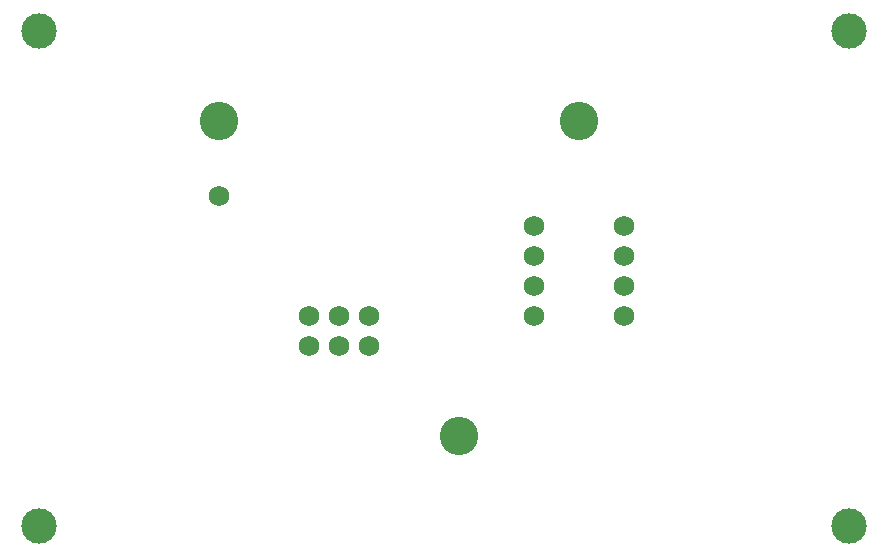
<source format=gbs>
G75*
G70*
%OFA0B0*%
%FSLAX24Y24*%
%IPPOS*%
%LPD*%
%AMOC8*
5,1,8,0,0,1.08239X$1,22.5*
%
%ADD10C,0.0680*%
%ADD11C,0.1180*%
%ADD12C,0.1280*%
D10*
X016500Y007650D03*
X017500Y007650D03*
X018500Y007650D03*
X018500Y008650D03*
X017500Y008650D03*
X016500Y008650D03*
X013500Y012650D03*
X024000Y011650D03*
X024000Y010650D03*
X024000Y009650D03*
X024000Y008650D03*
X027000Y008650D03*
X027000Y009650D03*
X027000Y010650D03*
X027000Y011650D03*
D11*
X007500Y001650D03*
X034500Y001650D03*
X034500Y018150D03*
X007500Y018150D03*
D12*
X013500Y015150D03*
X025500Y015150D03*
X021500Y004650D03*
M02*

</source>
